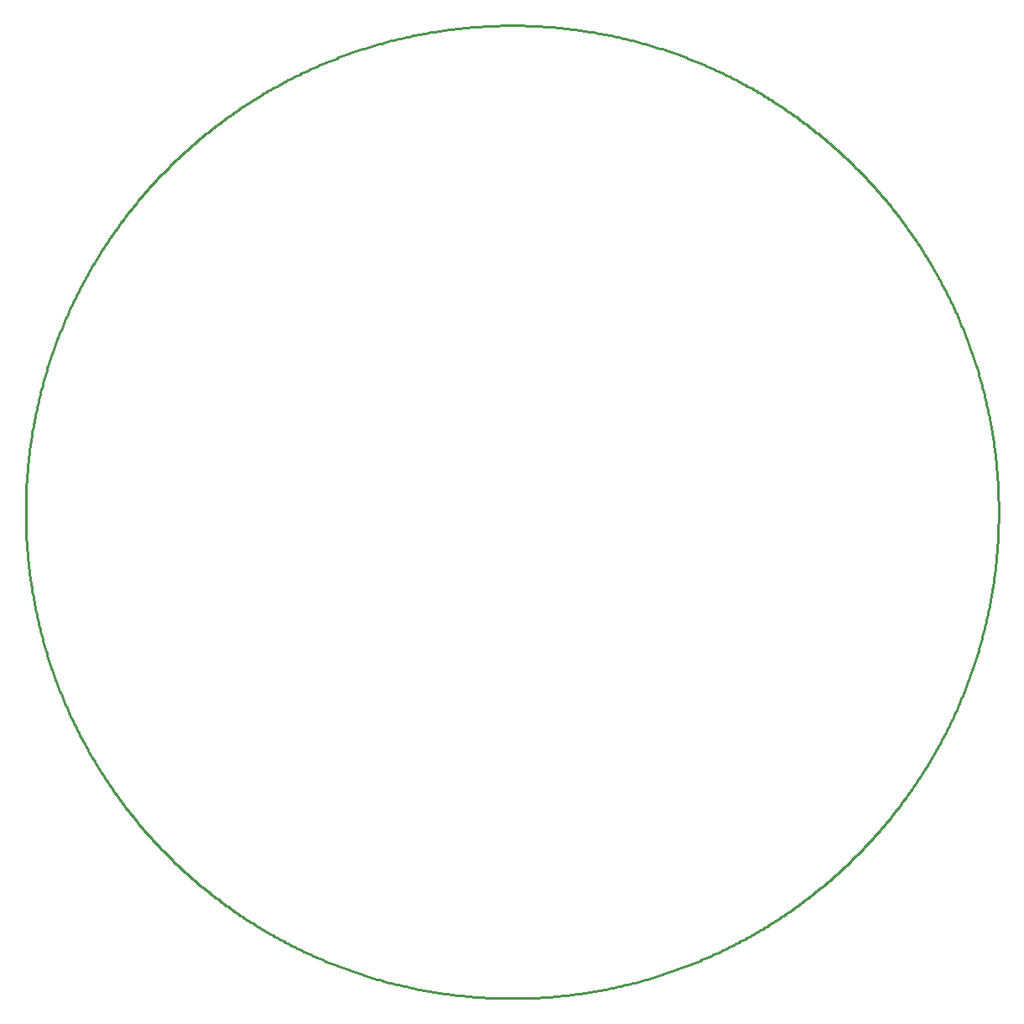
<source format=gko>
G04*
G04 #@! TF.GenerationSoftware,Altium Limited,Altium Designer,18.1.9 (240)*
G04*
G04 Layer_Color=16711935*
%FSLAX25Y25*%
%MOIN*%
G70*
G01*
G75*
%ADD14C,0.01000*%
D14*
X387189Y193000D02*
X387187Y194000D01*
X387179Y195000D01*
X387166Y196000D01*
X387148Y196999D01*
X387124Y197999D01*
X387096Y198998D01*
X387062Y199998D01*
X387024Y200997D01*
X386980Y201996D01*
X386930Y202994D01*
X386876Y203993D01*
X386817Y204991D01*
X386752Y205989D01*
X386682Y206986D01*
X386607Y207983D01*
X386527Y208980D01*
X386442Y209976D01*
X386351Y210972D01*
X386256Y211967D01*
X386155Y212962D01*
X386049Y213956D01*
X385938Y214950D01*
X385822Y215943D01*
X385701Y216935D01*
X385574Y217927D01*
X385443Y218918D01*
X385306Y219909D01*
X385164Y220899D01*
X385017Y221887D01*
X384865Y222876D01*
X384708Y223863D01*
X384546Y224850D01*
X384378Y225835D01*
X384206Y226820D01*
X384028Y227804D01*
X383845Y228787D01*
X383658Y229769D01*
X383465Y230751D01*
X383267Y231731D01*
X383064Y232710D01*
X382856Y233688D01*
X382643Y234665D01*
X382425Y235640D01*
X382201Y236615D01*
X381973Y237589D01*
X381740Y238561D01*
X381502Y239532D01*
X381258Y240502D01*
X381010Y241470D01*
X380756Y242437D01*
X380498Y243403D01*
X380235Y244368D01*
X379966Y245331D01*
X379693Y246293D01*
X379415Y247253D01*
X379132Y248212D01*
X378843Y249169D01*
X378550Y250126D01*
X378252Y251080D01*
X377949Y252033D01*
X377641Y252984D01*
X377328Y253934D01*
X377010Y254882D01*
X376687Y255828D01*
X376360Y256773D01*
X376027Y257716D01*
X375690Y258657D01*
X375348Y259596D01*
X375001Y260534D01*
X374649Y261470D01*
X374292Y262404D01*
X373930Y263336D01*
X373564Y264266D01*
X373193Y265195D01*
X372816Y266121D01*
X372436Y267046D01*
X372050Y267968D01*
X371660Y268889D01*
X371264Y269807D01*
X370865Y270724D01*
X370460Y271638D01*
X370051Y272550D01*
X369637Y273460D01*
X369218Y274368D01*
X368794Y275274D01*
X368366Y276178D01*
X367933Y277079D01*
X367496Y277978D01*
X367054Y278875D01*
X366607Y279769D01*
X366155Y280662D01*
X365699Y281551D01*
X365239Y282439D01*
X364774Y283324D01*
X364304Y284207D01*
X363829Y285087D01*
X363351Y285964D01*
X362867Y286840D01*
X362379Y287713D01*
X361887Y288583D01*
X361390Y289450D01*
X360889Y290315D01*
X360383Y291178D01*
X359872Y292038D01*
X359357Y292895D01*
X358838Y293749D01*
X358314Y294601D01*
X357786Y295450D01*
X357254Y296296D01*
X356717Y297140D01*
X356176Y297981D01*
X355631Y298819D01*
X355081Y299654D01*
X354527Y300486D01*
X353968Y301315D01*
X353405Y302142D01*
X352838Y302965D01*
X352267Y303786D01*
X351692Y304604D01*
X351112Y305418D01*
X350528Y306230D01*
X349940Y307039D01*
X349348Y307844D01*
X348751Y308647D01*
X348150Y309446D01*
X347546Y310242D01*
X346937Y311035D01*
X346324Y311825D01*
X345707Y312612D01*
X345086Y313396D01*
X344461Y314176D01*
X343831Y314953D01*
X343198Y315727D01*
X342561Y316497D01*
X341920Y317265D01*
X341275Y318029D01*
X340626Y318789D01*
X339973Y319546D01*
X339316Y320300D01*
X338655Y321051D01*
X337990Y321797D01*
X337322Y322541D01*
X336649Y323281D01*
X335973Y324018D01*
X335293Y324751D01*
X334610Y325480D01*
X333922Y326206D01*
X333231Y326928D01*
X332536Y327647D01*
X331837Y328362D01*
X331135Y329074D01*
X330429Y329782D01*
X329719Y330486D01*
X329005Y331187D01*
X328288Y331884D01*
X327568Y332577D01*
X326844Y333266D01*
X326116Y333952D01*
X325385Y334634D01*
X324650Y335312D01*
X323911Y335986D01*
X323170Y336657D01*
X322425Y337323D01*
X321676Y337986D01*
X320924Y338645D01*
X320168Y339300D01*
X319409Y339951D01*
X318647Y340598D01*
X317881Y341241D01*
X317113Y341880D01*
X316340Y342515D01*
X315565Y343147D01*
X314786Y343774D01*
X314004Y344397D01*
X313219Y345016D01*
X312431Y345631D01*
X311639Y346242D01*
X310844Y346849D01*
X310047Y347451D01*
X309246Y348050D01*
X308442Y348644D01*
X307635Y349234D01*
X306825Y349820D01*
X306011Y350402D01*
X305195Y350980D01*
X304376Y351553D01*
X303554Y352122D01*
X302729Y352687D01*
X301901Y353248D01*
X301070Y353804D01*
X300237Y354356D01*
X299400Y354904D01*
X298561Y355447D01*
X297719Y355986D01*
X296874Y356521D01*
X296026Y357051D01*
X295176Y357577D01*
X294322Y358098D01*
X293467Y358615D01*
X292608Y359128D01*
X291747Y359636D01*
X290883Y360140D01*
X290017Y360639D01*
X289148Y361134D01*
X288277Y361624D01*
X287403Y362109D01*
X286526Y362591D01*
X285647Y363067D01*
X284766Y363539D01*
X283882Y364007D01*
X282996Y364470D01*
X282107Y364928D01*
X281216Y365382D01*
X280323Y365831D01*
X279427Y366275D01*
X278529Y366715D01*
X277629Y367150D01*
X276726Y367581D01*
X275822Y368006D01*
X274915Y368428D01*
X274006Y368844D01*
X273095Y369256D01*
X272181Y369663D01*
X271266Y370065D01*
X270349Y370462D01*
X269429Y370855D01*
X268508Y371243D01*
X267584Y371626D01*
X266658Y372005D01*
X265731Y372379D01*
X264802Y372747D01*
X263871Y373112D01*
X262937Y373471D01*
X262002Y373825D01*
X261066Y374175D01*
X260127Y374519D01*
X259187Y374859D01*
X258245Y375194D01*
X257301Y375524D01*
X256355Y375849D01*
X255408Y376170D01*
X254459Y376485D01*
X253509Y376795D01*
X252557Y377101D01*
X251603Y377401D01*
X250648Y377697D01*
X249691Y377988D01*
X248733Y378274D01*
X247774Y378554D01*
X246813Y378830D01*
X245850Y379101D01*
X244886Y379367D01*
X243921Y379628D01*
X242954Y379884D01*
X241986Y380135D01*
X241017Y380380D01*
X240047Y380621D01*
X239075Y380857D01*
X238102Y381088D01*
X237128Y381313D01*
X236153Y381534D01*
X235177Y381750D01*
X234199Y381961D01*
X233221Y382166D01*
X232241Y382366D01*
X231261Y382562D01*
X230279Y382752D01*
X229296Y382937D01*
X228313Y383118D01*
X227328Y383293D01*
X226343Y383463D01*
X225357Y383627D01*
X224370Y383787D01*
X223382Y383942D01*
X222393Y384091D01*
X221404Y384236D01*
X220414Y384375D01*
X219423Y384509D01*
X218432Y384638D01*
X217440Y384762D01*
X216447Y384881D01*
X215453Y384994D01*
X214459Y385103D01*
X213465Y385206D01*
X212470Y385304D01*
X211474Y385397D01*
X210478Y385485D01*
X209482Y385568D01*
X208485Y385645D01*
X207488Y385718D01*
X206490Y385785D01*
X205492Y385847D01*
X204494Y385904D01*
X203496Y385956D01*
X202497Y386002D01*
X201498Y386044D01*
X200499Y386080D01*
X199499Y386111D01*
X198500Y386137D01*
X197500Y386157D01*
X196500Y386173D01*
X195500Y386183D01*
X194501Y386189D01*
X193501D01*
X192501Y386183D01*
X191501Y386173D01*
X190501Y386157D01*
X189502Y386137D01*
X188502Y386111D01*
X187503Y386080D01*
X186503Y386044D01*
X185504Y386002D01*
X184506Y385956D01*
X183507Y385904D01*
X182509Y385847D01*
X181511Y385785D01*
X180513Y385718D01*
X179516Y385645D01*
X178519Y385568D01*
X177523Y385485D01*
X176527Y385397D01*
X175531Y385304D01*
X174536Y385206D01*
X173542Y385103D01*
X172548Y384994D01*
X171554Y384881D01*
X170562Y384762D01*
X169569Y384638D01*
X168578Y384509D01*
X167587Y384375D01*
X166597Y384236D01*
X165608Y384091D01*
X164619Y383942D01*
X163631Y383787D01*
X162644Y383628D01*
X161658Y383463D01*
X160673Y383293D01*
X159688Y383118D01*
X158705Y382938D01*
X157722Y382752D01*
X156740Y382562D01*
X155760Y382367D01*
X154780Y382166D01*
X153802Y381961D01*
X152824Y381750D01*
X151848Y381535D01*
X150873Y381314D01*
X149899Y381088D01*
X148926Y380857D01*
X147954Y380622D01*
X146984Y380381D01*
X146015Y380135D01*
X145047Y379884D01*
X144080Y379628D01*
X143115Y379367D01*
X142151Y379101D01*
X141189Y378831D01*
X140227Y378555D01*
X139268Y378274D01*
X138310Y377988D01*
X137353Y377697D01*
X136398Y377402D01*
X135444Y377101D01*
X134492Y376796D01*
X133542Y376485D01*
X132593Y376170D01*
X131646Y375850D01*
X130700Y375524D01*
X129756Y375194D01*
X128814Y374859D01*
X127874Y374520D01*
X126935Y374175D01*
X125999Y373826D01*
X125064Y373471D01*
X124130Y373112D01*
X123199Y372748D01*
X122270Y372379D01*
X121343Y372005D01*
X120417Y371627D01*
X119493Y371244D01*
X118572Y370856D01*
X117652Y370463D01*
X116735Y370065D01*
X115820Y369663D01*
X114906Y369256D01*
X113995Y368845D01*
X113086Y368428D01*
X112179Y368007D01*
X111275Y367581D01*
X110372Y367151D01*
X109472Y366716D01*
X108574Y366276D01*
X107678Y365831D01*
X106785Y365382D01*
X105894Y364928D01*
X105005Y364470D01*
X104119Y364007D01*
X103235Y363540D01*
X102354Y363068D01*
X101475Y362591D01*
X100598Y362110D01*
X99724Y361624D01*
X98853Y361134D01*
X97984Y360639D01*
X97118Y360140D01*
X96254Y359637D01*
X95393Y359128D01*
X94534Y358616D01*
X93678Y358099D01*
X92825Y357577D01*
X91975Y357052D01*
X91127Y356521D01*
X90282Y355987D01*
X89440Y355448D01*
X88601Y354905D01*
X87764Y354357D01*
X86931Y353805D01*
X86100Y353249D01*
X85272Y352688D01*
X84447Y352123D01*
X83625Y351554D01*
X82806Y350980D01*
X81990Y350403D01*
X81176Y349821D01*
X80366Y349235D01*
X79559Y348645D01*
X78755Y348050D01*
X77954Y347452D01*
X77156Y346849D01*
X76362Y346242D01*
X75570Y345632D01*
X74782Y345017D01*
X73997Y344397D01*
X73215Y343774D01*
X72436Y343147D01*
X71660Y342516D01*
X70888Y341881D01*
X70119Y341242D01*
X69354Y340599D01*
X68591Y339951D01*
X67833Y339300D01*
X67077Y338646D01*
X66325Y337987D01*
X65576Y337324D01*
X64831Y336657D01*
X64089Y335987D01*
X63351Y335313D01*
X62616Y334634D01*
X61885Y333953D01*
X61157Y333267D01*
X60433Y332578D01*
X59712Y331884D01*
X58995Y331188D01*
X58282Y330487D01*
X57572Y329783D01*
X56866Y329075D01*
X56164Y328363D01*
X55465Y327648D01*
X54770Y326929D01*
X54079Y326207D01*
X53391Y325481D01*
X52707Y324751D01*
X52027Y324018D01*
X51351Y323282D01*
X50679Y322542D01*
X50010Y321798D01*
X49346Y321051D01*
X48685Y320301D01*
X48028Y319547D01*
X47375Y318790D01*
X46726Y318029D01*
X46081Y317266D01*
X45439Y316498D01*
X44802Y315728D01*
X44169Y314954D01*
X43540Y314177D01*
X42915Y313397D01*
X42294Y312613D01*
X41677Y311826D01*
X41064Y311036D01*
X40455Y310243D01*
X39850Y309447D01*
X39250Y308647D01*
X38653Y307845D01*
X38061Y307039D01*
X37473Y306231D01*
X36889Y305419D01*
X36309Y304605D01*
X35734Y303787D01*
X35162Y302966D01*
X34595Y302143D01*
X34032Y301316D01*
X33474Y300487D01*
X32920Y299655D01*
X32370Y298820D01*
X31824Y297982D01*
X31283Y297141D01*
X30746Y296297D01*
X30214Y295451D01*
X29686Y294602D01*
X29162Y293750D01*
X28643Y292896D01*
X28128Y292039D01*
X27618Y291179D01*
X27112Y290316D01*
X26611Y289451D01*
X26114Y288584D01*
X25621Y287714D01*
X25133Y286841D01*
X24650Y285965D01*
X24171Y285088D01*
X23697Y284208D01*
X23227Y283325D01*
X22762Y282440D01*
X22301Y281552D01*
X21845Y280663D01*
X21394Y279770D01*
X20947Y278876D01*
X20505Y277979D01*
X20067Y277080D01*
X19635Y276179D01*
X19206Y275275D01*
X18783Y274369D01*
X18364Y273462D01*
X17950Y272551D01*
X17541Y271639D01*
X17136Y270725D01*
X16736Y269808D01*
X16341Y268890D01*
X15950Y267969D01*
X15565Y267047D01*
X15184Y266123D01*
X14808Y265196D01*
X14437Y264268D01*
X14070Y263337D01*
X13709Y262405D01*
X13352Y261471D01*
X13000Y260535D01*
X12653Y259598D01*
X12311Y258658D01*
X11973Y257717D01*
X11641Y256774D01*
X11313Y255829D01*
X10990Y254883D01*
X10672Y253935D01*
X10360Y252985D01*
X10052Y252034D01*
X9748Y251081D01*
X9450Y250127D01*
X9157Y249171D01*
X8869Y248214D01*
X8586Y247255D01*
X8307Y246294D01*
X8034Y245332D01*
X7766Y244369D01*
X7502Y243405D01*
X7244Y242439D01*
X6990Y241472D01*
X6742Y240503D01*
X6499Y239533D01*
X6261Y238562D01*
X6027Y237590D01*
X5799Y236616D01*
X5576Y235642D01*
X5358Y234666D01*
X5144Y233689D01*
X4936Y232711D01*
X4733Y231732D01*
X4535Y230752D01*
X4343Y229771D01*
X4155Y228789D01*
X3972Y227806D01*
X3794Y226822D01*
X3622Y225837D01*
X3455Y224851D01*
X3292Y223865D01*
X3135Y222877D01*
X2983Y221889D01*
X2836Y220900D01*
X2694Y219910D01*
X2558Y218920D01*
X2426Y217929D01*
X2300Y216937D01*
X2178Y215944D01*
X2062Y214951D01*
X1951Y213958D01*
X1845Y212963D01*
X1744Y211968D01*
X1649Y210973D01*
X1558Y209977D01*
X1473Y208981D01*
X1393Y207984D01*
X1318Y206988D01*
X1248Y205990D01*
X1183Y204992D01*
X1124Y203994D01*
X1070Y202996D01*
X1020Y201997D01*
X977Y200998D01*
X938Y199999D01*
X904Y199000D01*
X876Y198000D01*
X852Y197001D01*
X834Y196001D01*
X821Y195001D01*
X814Y194001D01*
X811Y193002D01*
X813Y192002D01*
X821Y191002D01*
X834Y190002D01*
X852Y189002D01*
X876Y188003D01*
X904Y187003D01*
X938Y186004D01*
X976Y185005D01*
X1020Y184006D01*
X1070Y183007D01*
X1124Y182009D01*
X1183Y181011D01*
X1248Y180013D01*
X1318Y179016D01*
X1393Y178019D01*
X1473Y177022D01*
X1558Y176026D01*
X1649Y175030D01*
X1744Y174035D01*
X1845Y173040D01*
X1951Y172046D01*
X2062Y171052D01*
X2178Y170059D01*
X2299Y169066D01*
X2426Y168075D01*
X2557Y167083D01*
X2694Y166093D01*
X2836Y165103D01*
X2983Y164114D01*
X3135Y163126D01*
X3292Y162138D01*
X3454Y161152D01*
X3621Y160166D01*
X3794Y159181D01*
X3971Y158197D01*
X4154Y157214D01*
X4342Y156232D01*
X4535Y155251D01*
X4733Y154271D01*
X4936Y153292D01*
X5144Y152314D01*
X5357Y151337D01*
X5575Y150361D01*
X5798Y149387D01*
X6026Y148413D01*
X6260Y147441D01*
X6498Y146470D01*
X6741Y145500D01*
X6990Y144532D01*
X7243Y143564D01*
X7501Y142598D01*
X7765Y141634D01*
X8033Y140671D01*
X8306Y139709D01*
X8585Y138749D01*
X8868Y137790D01*
X9156Y136832D01*
X9449Y135876D01*
X9747Y134922D01*
X10051Y133969D01*
X10359Y133018D01*
X10672Y132068D01*
X10989Y131120D01*
X11312Y130174D01*
X11640Y129229D01*
X11972Y128286D01*
X12309Y127345D01*
X12652Y126405D01*
X12999Y125468D01*
X13351Y124532D01*
X13708Y123598D01*
X14069Y122666D01*
X14436Y121735D01*
X14807Y120807D01*
X15183Y119880D01*
X15564Y118956D01*
X15949Y118034D01*
X16340Y117113D01*
X16735Y116194D01*
X17135Y115278D01*
X17539Y114364D01*
X17949Y113452D01*
X18363Y112541D01*
X18781Y111634D01*
X19205Y110728D01*
X19633Y109824D01*
X20066Y108923D01*
X20503Y108024D01*
X20945Y107127D01*
X21392Y106232D01*
X21844Y105340D01*
X22300Y104450D01*
X22760Y103563D01*
X23225Y102678D01*
X23695Y101795D01*
X24170Y100915D01*
X24648Y100037D01*
X25132Y99162D01*
X25620Y98289D01*
X26112Y97419D01*
X26609Y96552D01*
X27110Y95686D01*
X27616Y94824D01*
X28127Y93964D01*
X28642Y93107D01*
X29161Y92252D01*
X29684Y91401D01*
X30212Y90552D01*
X30745Y89705D01*
X31282Y88862D01*
X31823Y88021D01*
X32368Y87183D01*
X32918Y86348D01*
X33472Y85516D01*
X34031Y84686D01*
X34593Y83860D01*
X35160Y83036D01*
X35732Y82216D01*
X36307Y81398D01*
X36887Y80583D01*
X37471Y79772D01*
X38059Y78963D01*
X38651Y78158D01*
X39248Y77355D01*
X39848Y76556D01*
X40453Y75759D01*
X41062Y74966D01*
X41675Y74176D01*
X42292Y73390D01*
X42913Y72606D01*
X43538Y71826D01*
X44167Y71049D01*
X44800Y70275D01*
X45437Y69504D01*
X46079Y68737D01*
X46724Y67973D01*
X47373Y67212D01*
X48026Y66455D01*
X48683Y65701D01*
X49343Y64951D01*
X50008Y64204D01*
X50677Y63461D01*
X51349Y62721D01*
X52025Y61984D01*
X52705Y61251D01*
X53389Y60521D01*
X54076Y59795D01*
X54768Y59073D01*
X55463Y58354D01*
X56161Y57639D01*
X56864Y56928D01*
X57570Y56220D01*
X58280Y55515D01*
X58993Y54815D01*
X59710Y54118D01*
X60431Y53425D01*
X61155Y52735D01*
X61883Y52049D01*
X62614Y51368D01*
X63349Y50690D01*
X64087Y50015D01*
X64829Y49345D01*
X65574Y48678D01*
X66323Y48015D01*
X67075Y47357D01*
X67830Y46702D01*
X68589Y46051D01*
X69351Y45404D01*
X70117Y44760D01*
X70886Y44121D01*
X71658Y43486D01*
X72433Y42855D01*
X73212Y42228D01*
X73994Y41605D01*
X74779Y40985D01*
X75568Y40370D01*
X76359Y39759D01*
X77154Y39153D01*
X77952Y38550D01*
X78752Y37951D01*
X79557Y37357D01*
X80364Y36767D01*
X81174Y36181D01*
X81987Y35599D01*
X82803Y35021D01*
X83622Y34448D01*
X84444Y33879D01*
X85269Y33314D01*
X86097Y32753D01*
X86928Y32197D01*
X87762Y31645D01*
X88598Y31097D01*
X89438Y30554D01*
X90280Y30015D01*
X91125Y29480D01*
X91972Y28950D01*
X92823Y28424D01*
X93676Y27903D01*
X94532Y27386D01*
X95390Y26873D01*
X96251Y26365D01*
X97115Y25861D01*
X97981Y25362D01*
X98850Y24868D01*
X99722Y24377D01*
X100596Y23892D01*
X101472Y23410D01*
X102351Y22934D01*
X103233Y22462D01*
X104116Y21994D01*
X105003Y21531D01*
X105891Y21073D01*
X106782Y20619D01*
X107676Y20170D01*
X108571Y19726D01*
X109469Y19286D01*
X110369Y18851D01*
X111272Y18420D01*
X112176Y17995D01*
X113083Y17573D01*
X113992Y17157D01*
X114903Y16745D01*
X115817Y16338D01*
X116732Y15936D01*
X117649Y15538D01*
X118569Y15146D01*
X119491Y14758D01*
X120414Y14374D01*
X121339Y13996D01*
X122267Y13622D01*
X123196Y13253D01*
X124127Y12889D01*
X125061Y12530D01*
X125996Y12176D01*
X126932Y11826D01*
X127871Y11481D01*
X128811Y11142D01*
X129753Y10807D01*
X130697Y10477D01*
X131643Y10151D01*
X132590Y9831D01*
X133539Y9516D01*
X134489Y9205D01*
X135441Y8900D01*
X136395Y8599D01*
X137350Y8303D01*
X138307Y8013D01*
X139265Y7727D01*
X140224Y7446D01*
X141185Y7170D01*
X142148Y6899D01*
X143112Y6634D01*
X144077Y6373D01*
X145044Y6117D01*
X146011Y5866D01*
X146981Y5620D01*
X147951Y5379D01*
X148923Y5143D01*
X149896Y4913D01*
X150870Y4687D01*
X151845Y4466D01*
X152821Y4251D01*
X153799Y4040D01*
X154777Y3834D01*
X155757Y3634D01*
X156737Y3439D01*
X157719Y3248D01*
X158702Y3063D01*
X159685Y2883D01*
X160669Y2708D01*
X161655Y2538D01*
X162641Y2373D01*
X163628Y2213D01*
X164616Y2059D01*
X165604Y1909D01*
X166594Y1765D01*
X167584Y1625D01*
X168575Y1491D01*
X169566Y1362D01*
X170558Y1238D01*
X171551Y1120D01*
X172545Y1006D01*
X173539Y898D01*
X174533Y794D01*
X175528Y696D01*
X176524Y603D01*
X177520Y515D01*
X178516Y432D01*
X179513Y355D01*
X180510Y282D01*
X181508Y215D01*
X182506Y153D01*
X183504Y96D01*
X184502Y45D01*
X185501Y-2D01*
X186500Y-43D01*
X187499Y-80D01*
X188499Y-111D01*
X189498Y-137D01*
X190498Y-157D01*
X191498Y-173D01*
X192498Y-183D01*
X193497Y-189D01*
X194497Y-189D01*
X195497Y-183D01*
X196497Y-173D01*
X197497Y-158D01*
X198496Y-137D01*
X199496Y-111D01*
X200495Y-80D01*
X201495Y-44D01*
X202494Y-2D01*
X203492Y44D01*
X204491Y96D01*
X205489Y153D01*
X206487Y215D01*
X207485Y282D01*
X208482Y354D01*
X209479Y432D01*
X210475Y515D01*
X211471Y603D01*
X212467Y696D01*
X213462Y794D01*
X214456Y897D01*
X215450Y1005D01*
X216444Y1119D01*
X217436Y1238D01*
X218428Y1362D01*
X219420Y1491D01*
X220411Y1625D01*
X221401Y1764D01*
X222390Y1908D01*
X223379Y2058D01*
X224367Y2212D01*
X225354Y2372D01*
X226340Y2537D01*
X227325Y2707D01*
X228310Y2882D01*
X229293Y3062D01*
X230276Y3247D01*
X231258Y3438D01*
X232238Y3633D01*
X233218Y3833D01*
X234196Y4039D01*
X235174Y4249D01*
X236150Y4465D01*
X237125Y4686D01*
X238099Y4911D01*
X239072Y5142D01*
X240044Y5378D01*
X241014Y5619D01*
X241983Y5865D01*
X242951Y6115D01*
X243918Y6371D01*
X244883Y6632D01*
X245847Y6898D01*
X246809Y7169D01*
X247771Y7445D01*
X248730Y7726D01*
X249688Y8011D01*
X250645Y8302D01*
X251600Y8597D01*
X252554Y8898D01*
X253506Y9204D01*
X254456Y9514D01*
X255405Y9829D01*
X256352Y10150D01*
X257298Y10475D01*
X258242Y10805D01*
X259184Y11140D01*
X260124Y11480D01*
X261063Y11824D01*
X261999Y12174D01*
X262934Y12528D01*
X263867Y12887D01*
X264799Y13251D01*
X265728Y13620D01*
X266656Y13994D01*
X267581Y14372D01*
X268505Y14755D01*
X269426Y15144D01*
X270346Y15536D01*
X271263Y15934D01*
X272178Y16336D01*
X273092Y16743D01*
X274003Y17155D01*
X274912Y17571D01*
X275819Y17992D01*
X276723Y18418D01*
X277626Y18848D01*
X278526Y19284D01*
X279424Y19723D01*
X280320Y20168D01*
X281213Y20617D01*
X282104Y21071D01*
X282993Y21529D01*
X283879Y21992D01*
X284763Y22459D01*
X285644Y22931D01*
X286523Y23408D01*
X287400Y23889D01*
X288274Y24375D01*
X289145Y24865D01*
X290014Y25359D01*
X290880Y25859D01*
X291744Y26362D01*
X292605Y26871D01*
X293464Y27383D01*
X294320Y27900D01*
X295173Y28421D01*
X296023Y28947D01*
X296871Y29478D01*
X297716Y30012D01*
X298558Y30551D01*
X299397Y31094D01*
X300234Y31642D01*
X301068Y32194D01*
X301899Y32750D01*
X302726Y33311D01*
X303552Y33876D01*
X304374Y34445D01*
X305193Y35018D01*
X306009Y35596D01*
X306822Y36178D01*
X307632Y36764D01*
X308439Y37354D01*
X309243Y37948D01*
X310044Y38547D01*
X310842Y39149D01*
X311637Y39756D01*
X312428Y40367D01*
X313217Y40982D01*
X314002Y41601D01*
X314784Y42224D01*
X315563Y42851D01*
X316338Y43483D01*
X317110Y44118D01*
X317879Y44757D01*
X318645Y45400D01*
X319407Y46047D01*
X320166Y46698D01*
X320921Y47353D01*
X321673Y48012D01*
X322422Y48675D01*
X323167Y49341D01*
X323909Y50012D01*
X324647Y50686D01*
X325382Y51364D01*
X326114Y52046D01*
X326841Y52732D01*
X327566Y53421D01*
X328286Y54114D01*
X329003Y54811D01*
X329716Y55511D01*
X330426Y56216D01*
X331132Y56924D01*
X331835Y57635D01*
X332534Y58350D01*
X333228Y59069D01*
X333920Y59792D01*
X334607Y60518D01*
X335291Y61247D01*
X335971Y61980D01*
X336647Y62717D01*
X337320Y63457D01*
X337988Y64200D01*
X338653Y64947D01*
X339314Y65697D01*
X339971Y66451D01*
X340624Y67208D01*
X341273Y67969D01*
X341918Y68733D01*
X342559Y69500D01*
X343196Y70271D01*
X343829Y71044D01*
X344459Y71821D01*
X345084Y72602D01*
X345705Y73385D01*
X346322Y74172D01*
X346935Y74962D01*
X347544Y75755D01*
X348149Y76552D01*
X348749Y77351D01*
X349346Y78153D01*
X349938Y78959D01*
X350526Y79767D01*
X351110Y80579D01*
X351690Y81394D01*
X352265Y82211D01*
X352837Y83032D01*
X353404Y83855D01*
X353966Y84682D01*
X354525Y85511D01*
X355079Y86344D01*
X355629Y87179D01*
X356174Y88017D01*
X356715Y88857D01*
X357252Y89701D01*
X357785Y90547D01*
X358313Y91396D01*
X358837Y92248D01*
X359356Y93103D01*
X359871Y93960D01*
X360381Y94819D01*
X360887Y95682D01*
X361388Y96547D01*
X361885Y97414D01*
X362378Y98285D01*
X362866Y99157D01*
X363349Y100033D01*
X363828Y100910D01*
X364302Y101790D01*
X364772Y102673D01*
X365237Y103558D01*
X365698Y104446D01*
X366154Y105335D01*
X366605Y106228D01*
X367052Y107122D01*
X367494Y108019D01*
X367932Y108918D01*
X368365Y109819D01*
X368793Y110723D01*
X369216Y111629D01*
X369635Y112537D01*
X370049Y113447D01*
X370459Y114359D01*
X370863Y115273D01*
X371263Y116190D01*
X371658Y117108D01*
X372049Y118029D01*
X372434Y118951D01*
X372815Y119876D01*
X373191Y120802D01*
X373563Y121730D01*
X373929Y122661D01*
X374291Y123593D01*
X374647Y124527D01*
X374999Y125463D01*
X375346Y126400D01*
X375689Y127340D01*
X376026Y128281D01*
X376359Y129224D01*
X376686Y130169D01*
X377009Y131115D01*
X377327Y132063D01*
X377640Y133013D01*
X377948Y133964D01*
X378251Y134917D01*
X378549Y135871D01*
X378842Y136827D01*
X379131Y137785D01*
X379414Y138743D01*
X379692Y139704D01*
X379965Y140665D01*
X380234Y141629D01*
X380497Y142593D01*
X380756Y143559D01*
X381009Y144526D01*
X381257Y145495D01*
X381501Y146465D01*
X381739Y147436D01*
X381972Y148408D01*
X382201Y149381D01*
X382424Y150356D01*
X382642Y151332D01*
X382855Y152309D01*
X383063Y153287D01*
X383266Y154266D01*
X383464Y155246D01*
X383657Y156227D01*
X383845Y157209D01*
X384028Y158192D01*
X384205Y159176D01*
X384378Y160161D01*
X384545Y161147D01*
X384707Y162133D01*
X384864Y163121D01*
X385017Y164109D01*
X385164Y165098D01*
X385305Y166088D01*
X385442Y167078D01*
X385574Y168069D01*
X385700Y169061D01*
X385822Y170054D01*
X385938Y171047D01*
X386049Y172040D01*
X386155Y173035D01*
X386256Y174029D01*
X386351Y175025D01*
X386441Y176021D01*
X386527Y177017D01*
X386607Y178013D01*
X386682Y179010D01*
X386752Y180008D01*
X386816Y181006D01*
X386876Y182004D01*
X386930Y183002D01*
X386979Y184001D01*
X387023Y185000D01*
X387062Y185999D01*
X387096Y186998D01*
X387124Y187997D01*
X387148Y188997D01*
X387166Y189997D01*
X387179Y190997D01*
X387187Y191996D01*
X387189Y192996D01*
Y193000D01*
M02*

</source>
